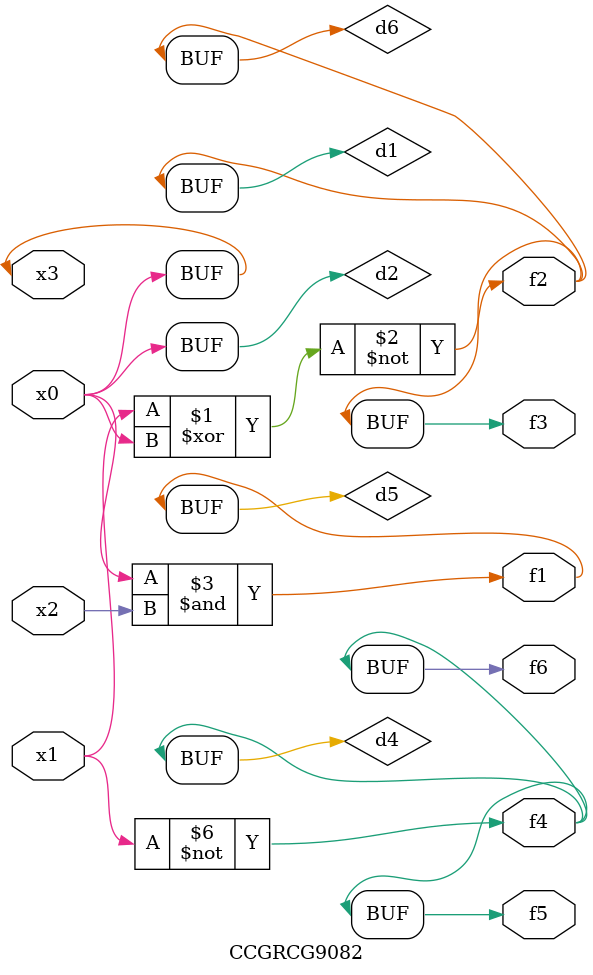
<source format=v>
module CCGRCG9082(
	input x0, x1, x2, x3,
	output f1, f2, f3, f4, f5, f6
);

	wire d1, d2, d3, d4, d5, d6;

	xnor (d1, x1, x3);
	buf (d2, x0, x3);
	nand (d3, x0, x2);
	not (d4, x1);
	nand (d5, d3);
	or (d6, d1);
	assign f1 = d5;
	assign f2 = d6;
	assign f3 = d6;
	assign f4 = d4;
	assign f5 = d4;
	assign f6 = d4;
endmodule

</source>
